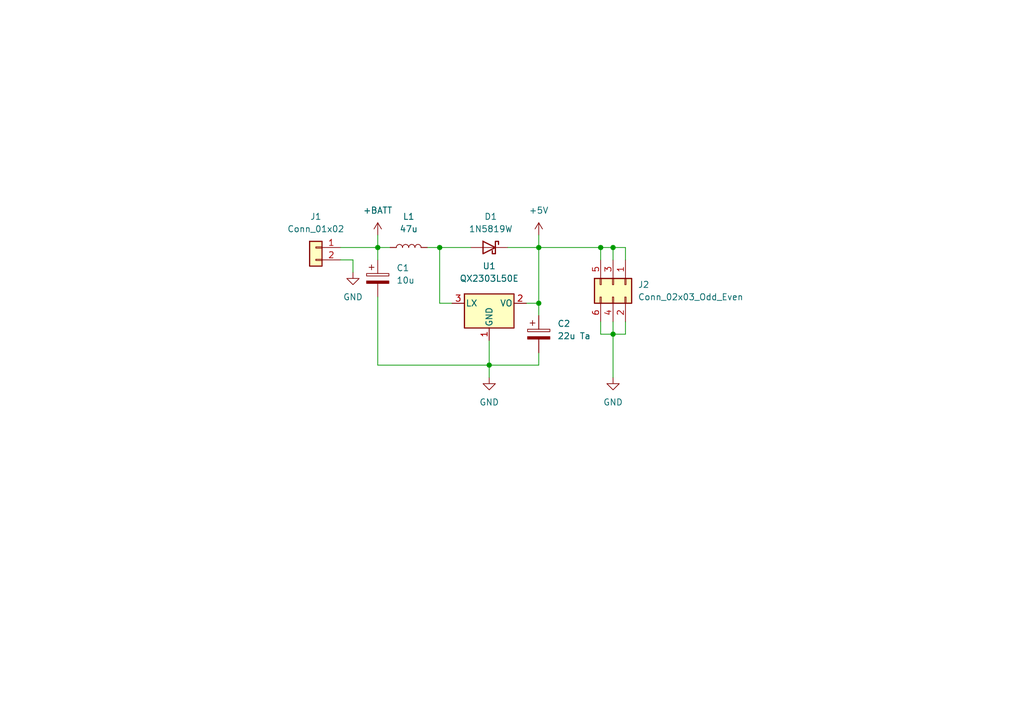
<source format=kicad_sch>
(kicad_sch (version 20211123) (generator eeschema)
  (paper "A5")
  (title_block (title "QX2303L50E breakout") (date "2024-10-11") (rev "0.1") (company "Yavook!de"))
  (lib_symbols
    (symbol "Connector_Generic:Conn_01x02" (pin_names (offset 1.016) hide)
      (property "Reference" "J" (at 0 2.54 0))
      (property "Value" "Conn_01x02" (at 0 -5.08 0))
      (symbol "Conn_01x02_1_1"
        (rectangle (start -1.27 -2.413) (end 0 -2.667) (stroke (width 0.1524)))
        (rectangle (start -1.27 0.127) (end 0 -0.127) (stroke (width 0.1524)))
        (rectangle (start -1.27 1.27) (end 1.27 -3.81) (stroke (width 0.254)) (fill (type background)))
        (pin passive line (at -5.08 0 0) (length 3.81) (name "Pin_1") (number "1"))
        (pin passive line (at -5.08 -2.54 0) (length 3.81) (name "Pin_2") (number "2"))
      )
    )
    (symbol "Connector_Generic:Conn_02x03_Odd_Even" (pin_names (offset 1.016) hide)
      (property "Reference" "J" (at 1.27 5.08 0))
      (property "Value" "Conn_02x03_Odd_Even" (at 1.27 -5.08 0))
      (symbol "Conn_02x03_Odd_Even_1_1"
        (rectangle (start -1.27 -2.413) (end 0 -2.667) (stroke (width 0.1524)))
        (rectangle (start -1.27 0.127) (end 0 -0.127) (stroke (width 0.1524)))
        (rectangle (start -1.27 2.667) (end 0 2.413) (stroke (width 0.1524)))
        (rectangle (start -1.27 3.81) (end 3.81 -3.81) (stroke (width 0.254)) (fill (type background)))
        (rectangle (start 3.81 -2.413) (end 2.54 -2.667) (stroke (width 0.1524)))
        (rectangle (start 3.81 0.127) (end 2.54 -0.127) (stroke (width 0.1524)))
        (rectangle (start 3.81 2.667) (end 2.54 2.413) (stroke (width 0.1524)))
        (pin passive line (at -5.08 2.54 0) (length 3.81) (name "Pin_1") (number "1"))
        (pin passive line (at 7.62 2.54 180) (length 3.81) (name "Pin_2") (number "2"))
        (pin passive line (at -5.08 0 0) (length 3.81) (name "Pin_3") (number "3"))
        (pin passive line (at 7.62 0 180) (length 3.81) (name "Pin_4") (number "4"))
        (pin passive line (at -5.08 -2.54 0) (length 3.81) (name "Pin_5") (number "5"))
        (pin passive line (at 7.62 -2.54 180) (length 3.81) (name "Pin_6") (number "6"))
      )
    )
    (symbol "Device:C_Polarized" (pin_numbers hide) (pin_names (offset 0.254))
      (property "Reference" "C" (at 0.635 2.54 0))
      (property "Value" "C_Polarized" (at 0.635 -2.54 0))
      (symbol "C_Polarized_0_1"
        (rectangle (start -2.286 0.508) (end 2.286 1.016))
        (polyline (pts (xy -1.778 2.286) (xy -0.762 2.286)))
        (polyline (pts (xy -1.27 2.794) (xy -1.27 1.778)))
        (rectangle (start 2.286 -0.508) (end -2.286 -1.016) (fill (type outline)))
      )
      (symbol "C_Polarized_1_1"
        (pin passive line (at 0 3.81 270) (length 2.794) (name "~") (number "1"))
        (pin passive line (at 0 -3.81 90) (length 2.794) (name "~") (number "2"))
      )
    )
    (symbol "Device:D_Schottky" (pin_numbers hide) (pin_names (offset 1.016) hide)
      (property "Reference" "D" (at 0 2.54 0))
      (property "Value" "D_Schottky" (at 0 -2.54 0))
      (symbol "D_Schottky_0_1"
        (polyline (pts (xy 1.27 0) (xy -1.27 0)))
        (polyline (pts (xy 1.27 1.27) (xy 1.27 -1.27) (xy -1.27 0) (xy 1.27 1.27)) (stroke (width 0.254)))
        (polyline (pts (xy -1.905 0.635) (xy -1.905 1.27) (xy -1.27 1.27) (xy -1.27 -1.27) (xy -0.635 -1.27) (xy -0.635 -0.635)) (stroke (width 0.254)))
      )
      (symbol "D_Schottky_1_1"
        (pin passive line (at -3.81 0 0) (length 2.54) (name "K") (number "1"))
        (pin passive line (at 3.81 0 180) (length 2.54) (name "A") (number "2"))
      )
    )
    (symbol "Device:L" (pin_numbers hide) (pin_names (offset 1.016) hide)
      (property "Reference" "L" (at -1.27 0 90))
      (property "Value" "L" (at 1.905 0 90))
      (symbol "L_0_1"
        (arc (start 0 -2.54) (mid 0.635 -1.905) (end 0 -1.27))
        (arc (start 0 -1.27) (mid 0.635 -0.635) (end 0 0))
        (arc (start 0 0) (mid 0.635 0.635) (end 0 1.27))
        (arc (start 0 1.27) (mid 0.635 1.905) (end 0 2.54))
      )
      (symbol "L_1_1"
        (pin passive line (at 0 3.81 270) (length 1.27) (name "1") (number "1"))
        (pin passive line (at 0 -3.81 90) (length 1.27) (name "2") (number "2"))
      )
    )
    (symbol "mini-boards:QX2303L50E" (pin_names (offset 0.254))
      (property "Reference" "U" (at -3.81 3.175 0))
      (property "Value" "QX2303L50E" (at 0 3.175 0))
      (symbol "QX2303L50E_0_1"
        (rectangle (start -5.08 -5.08) (end 5.08 1.905) (stroke (width 0.254)) (fill (type background)))
      )
      (symbol "QX2303L50E_1_1"
        (pin power_in line (at 0 -7.62 90) (length 2.54) (name "GND") (number "1"))
        (pin power_out line (at 7.62 0 180) (length 2.54) (name "VO") (number "2"))
        (pin open_collector line (at -7.62 0 0) (length 2.54) (name "LX") (number "3"))
      )
    )
    (symbol "power:+5V" (power) (pin_names (offset 0))
      (property "Value" "+5V" (at 0 3.556 0))
      (symbol "+5V_0_1"
        (polyline (pts (xy -0.762 1.27) (xy 0 2.54)))
        (polyline (pts (xy 0 0) (xy 0 2.54)))
        (polyline (pts (xy 0 2.54) (xy 0.762 1.27)))
      )
      (symbol "+5V_1_1"
        (pin power_in line (at 0 0 90) (length 0) hide (name "+5V") (number "1"))
      )
    )
    (symbol "power:+BATT" (power) (pin_names (offset 0))
      (property "Value" "+BATT" (at 0 3.556 0))
      (symbol "+BATT_0_1"
        (polyline (pts (xy -0.762 1.27) (xy 0 2.54)))
        (polyline (pts (xy 0 0) (xy 0 2.54)))
        (polyline (pts (xy 0 2.54) (xy 0.762 1.27)))
      )
      (symbol "+BATT_1_1"
        (pin power_in line (at 0 0 90) (length 0) hide (name "+BATT") (number "1"))
      )
    )
    (symbol "power:GND" (power) (pin_names (offset 0))
      (property "Value" "GND" (at 0 -3.81 0))
      (symbol "GND_0_1"
        (polyline (pts (xy 0 0) (xy 0 -1.27) (xy 1.27 -1.27) (xy 0 -2.54) (xy -1.27 -1.27) (xy 0 -1.27)))
      )
      (symbol "GND_1_1"
        (pin power_in line (at 0 0 270) (length 0) hide (name "GND") (number "1"))
      )
    )
  )
  (junction (at 90.17 50.8))
  (junction (at 77.47 50.8))
  (junction (at 125.73 50.8))
  (junction (at 123.19 50.8))
  (junction (at 110.49 62.23))
  (junction (at 125.73 68.58))
  (junction (at 110.49 50.8))
  (junction (at 100.33 74.93))
  (wire (pts (xy 123.19 50.8) (xy 123.19 53.34)))
  (wire (pts (xy 110.49 50.8) (xy 123.19 50.8)))
  (wire (pts (xy 77.47 74.93) (xy 100.33 74.93)))
  (wire (pts (xy 128.27 50.8) (xy 128.27 53.34)))
  (wire (pts (xy 107.95 62.23) (xy 110.49 62.23)))
  (wire (pts (xy 69.85 53.34) (xy 72.39 53.34)))
  (wire (pts (xy 110.49 62.23) (xy 110.49 64.77)))
  (wire (pts (xy 110.49 74.93) (xy 100.33 74.93)))
  (wire (pts (xy 90.17 50.8) (xy 96.52 50.8)))
  (wire (pts (xy 104.14 50.8) (xy 110.49 50.8)))
  (wire (pts (xy 110.49 72.39) (xy 110.49 74.93)))
  (wire (pts (xy 77.47 50.8) (xy 80.01 50.8)))
  (wire (pts (xy 77.47 53.34) (xy 77.47 50.8)))
  (wire (pts (xy 72.39 53.34) (xy 72.39 55.88)))
  (wire (pts (xy 125.73 50.8) (xy 125.73 53.34)))
  (wire (pts (xy 77.47 48.26) (xy 77.47 50.8)))
  (wire (pts (xy 128.27 66.04) (xy 128.27 68.58)))
  (wire (pts (xy 100.33 74.93) (xy 100.33 77.47)))
  (wire (pts (xy 125.73 68.58) (xy 125.73 77.47)))
  (wire (pts (xy 123.19 68.58) (xy 123.19 66.04)))
  (wire (pts (xy 100.33 69.85) (xy 100.33 74.93)))
  (wire (pts (xy 110.49 62.23) (xy 110.49 50.8)))
  (wire (pts (xy 125.73 50.8) (xy 128.27 50.8)))
  (wire (pts (xy 125.73 68.58) (xy 128.27 68.58)))
  (wire (pts (xy 123.19 50.8) (xy 125.73 50.8)))
  (wire (pts (xy 87.63 50.8) (xy 90.17 50.8)))
  (wire (pts (xy 69.85 50.8) (xy 77.47 50.8)))
  (wire (pts (xy 123.19 68.58) (xy 125.73 68.58)))
  (wire (pts (xy 125.73 66.04) (xy 125.73 68.58)))
  (wire (pts (xy 92.71 62.23) (xy 90.17 62.23)))
  (wire (pts (xy 90.17 62.23) (xy 90.17 50.8)))
  (wire (pts (xy 77.47 60.96) (xy 77.47 74.93)))
  (wire (pts (xy 110.49 48.26) (xy 110.49 50.8)))
  (symbol (lib_id "power:GND") (at 100.33 77.47 0) (unit 1)
    (property "Reference" "#PWR03" (effects hide))
    (property "Value" "GND" (at 100.33 82.55 0))
  )
  (symbol (lib_id "Device:L") (at 83.82 50.8 90) (unit 1)
    (property "Reference" "L1" (at 83.82 44.45 90))
    (property "Value" "47u" (at 83.82 46.99 90))
    (property "Footprint" "Inductor_SMD:L_10.4x10.4_H4.8" (effects hide))
  )
  (symbol (lib_id "power:+BATT") (at 77.47 48.26 0) (unit 1)
    (property "Reference" "#PWR02" (effects hide))
    (property "Value" "+BATT" (at 77.47 43.18 0))
  )
  (symbol (lib_id "power:GND") (at 72.39 55.88 0) (unit 1)
    (property "Reference" "#PWR01" (effects hide))
    (property "Value" "GND" (at 72.39 60.96 0))
  )
  (symbol (lib_id "Device:D_Schottky") (at 100.33 50.8 0) (mirror y) (unit 1)
    (property "Reference" "D1" (at 100.6475 44.45 0))
    (property "Value" "1N5819W" (at 100.6475 46.99 0))
    (property "Footprint" "Diode_SMD:D_SOD-123" (effects hide))
  )
  (symbol (lib_id "power:GND") (at 125.73 77.47 0) (unit 1)
    (property "Reference" "#PWR05" (effects hide))
    (property "Value" "GND" (at 125.73 82.55 0))
  )
  (symbol (lib_id "Connector_Generic:Conn_02x03_Odd_Even") (at 125.73 58.42 270) (unit 1)
    (property "Reference" "J2" (at 130.81 58.4199 90) (effects (justify left)))
    (property "Value" "Conn_02x03_Odd_Even" (at 130.81 60.9599 90) (effects (justify left)))
    (property "Footprint" "Connector_PinHeader_2.54mm:PinHeader_2x03_P2.54mm_Vertical" (effects hide))
  )
  (symbol (lib_id "power:+5V") (at 110.49 48.26 0) (unit 1)
    (property "Reference" "#PWR04" (effects hide))
    (property "Value" "+5V" (at 110.49 43.18 0))
  )
  (symbol (lib_id "Device:C_Polarized") (at 110.49 68.58 0) (unit 1)
    (property "Reference" "C2" (at 114.3 66.4209 0) (effects (justify left)))
    (property "Value" "22u Ta" (at 114.3 68.9609 0) (effects (justify left)))
    (property "Footprint" "Capacitor_SMD:C_1206_3216Metric_Pad1.33x1.80mm_HandSolder" (effects hide))
  )
  (symbol (lib_id "Device:C_Polarized") (at 77.47 57.15 0) (unit 1)
    (property "Reference" "C1" (at 81.28 54.9909 0) (effects (justify left)))
    (property "Value" "10u" (at 81.28 57.5309 0) (effects (justify left)))
    (property "Footprint" "Capacitor_SMD:CP_Elec_4x5.4" (effects hide))
  )
  (symbol (lib_id "mini-boards:QX2303L50E") (at 100.33 62.23 0) (unit 1)
    (property "Reference" "U1" (at 100.33 54.61 0))
    (property "Value" "QX2303L50E" (at 100.33 57.15 0))
    (property "Footprint" "Package_TO_SOT_SMD:SOT-89-3" (effects hide))
    (property "Datasheet" "https://www.lcsc.com/datasheet/lcsc_datasheet_1809201531_QX-Micro-Devices-QX2303L50TO_C236066.pdf" (effects hide))
  )
  (symbol (lib_id "Connector_Generic:Conn_01x02") (at 64.77 50.8 0) (mirror y) (unit 1)
    (property "Reference" "J1" (at 64.77 44.45 0))
    (property "Value" "Conn_01x02" (at 64.77 46.99 0))
    (property "Footprint" "Connector_JST:JST_XH_B2B-XH-A_1x02_P2.50mm_Vertical" (effects hide))
  )
)
</source>
